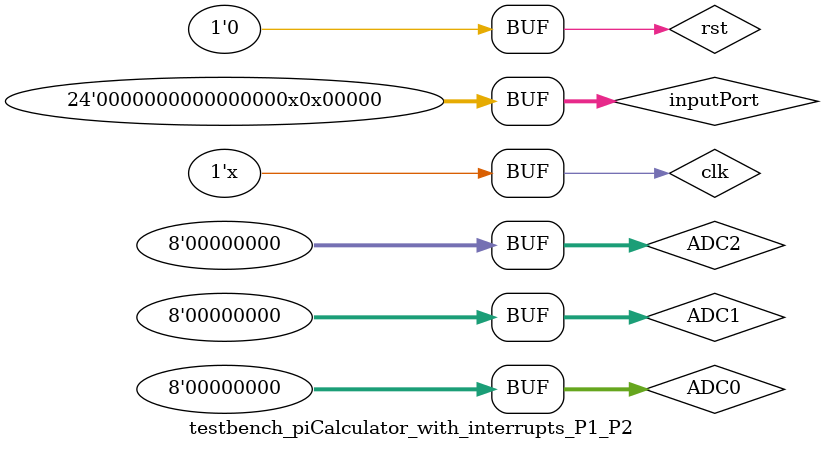
<source format=v>
`timescale 1ns / 1ps



// THIS TESTBENCH LOADS A PROGRAM THAT CALCULATES DIGITS OF PI USING A SPIGOT ALGORITHM AND STORES THEM IN 
// MEMORY ADDRESSES 1,2,3...
//
// INTERRUPT 5 IS TRIGGERED BY THE FALLING EDGE OF INPUTPORT[5], AND RUNS PROGRAM 2.  THIS INTERRUPT PUSHES R1
// AND R2 TO THE STACK, RUNS PROGRAM 2, STORES THE FINAL OUTPUT (55) TO MEMORY ADDRESS 0x40, AND THEN POPS R2
// AND R1 FROM THE STACK AND RETURNS.
//
// INTERRUPT 7 IS TRIGGERED BY THE FALLING EDGE OF INPUTPORT[7], AND RUNS PROGRAM 2.  THIS INTERRUPT PUSHES R1, R2, 
// AND R3 TO THE STACK, LOADS MEMORY ADDRESS 0x10 TO R1, LOADS 0x20 TO R2, ADDS R1 AND R2 AND SAVES THE OUTPUT IN R3, 
// STORES R3 TO 0x30, AND THEN POPS R3, R2, AND R1 FROM THE STACK AND RETURNS.

module testbench_piCalculator_with_interrupts_P1_P2(

    );
    
    parameter PROGRAM = 3;
    
    reg clk, rst;
    reg [23:0] inputPort;
    reg [7:0] ADC0, ADC1, ADC2;
    wire [23:0] outputPort;
    wire [3:0] outputPWM;
    
    RK2040 #(
        .PROGRAM    (PROGRAM)
    ) MODULE_UNDER_TEST (
        .clk        (clk),
        .rst        (rst),
        .inputPort  (inputPort),
        .ADC0       (ADC0),
        .ADC1       (ADC1),
        .ADC2       (ADC2),
        .outputPort (outputPort),
        .outputPWM  (outputPWM)
    );
    
    initial begin
        clk <= 0;
        rst <= 1;
        inputPort <= 0;
        ADC0 <= 0;
        ADC1 <= 0;
        ADC2 <= 0;
        #40 rst = 0;
        #250000 inputPort[5] = ~inputPort[5];
        #1000 inputPort[7] = ~inputPort[7];
        #250000 inputPort[5] = ~inputPort[5];  // TRIGGER INTERRUPT 5 AT ABOUT 501040 ns
        #1000 inputPort[7] = ~inputPort[7]; // TRIGGER INTERRRUPT 7 AT ABOUT 502040 ns
    end
    always #10 clk <= ~clk;
    
endmodule

</source>
